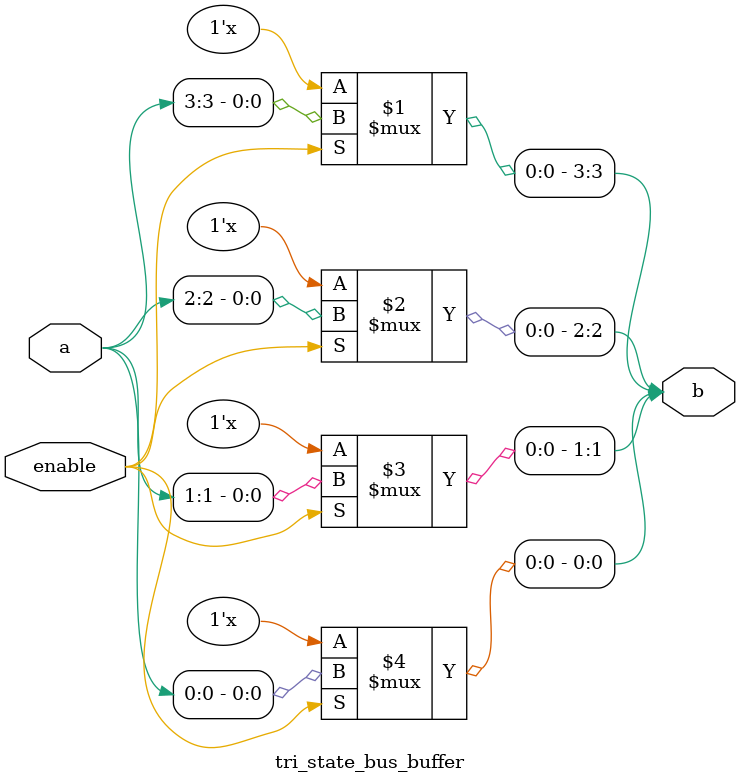
<source format=v>
 module tri_state_bus_buffer (a,b,enable);
    input[3:0] a;
    output[3:0] b;
    input enable;
   
    assign b[3] = (enable) ? a[3] : 1'bz,
			 b[2] = (enable) ? a[2] : 1'bz,
			 b[1] = (enable) ? a[1] : 1'bz,
			 b[0] = (enable) ? a[0] : 1'bz;
         	 
 endmodule

</source>
